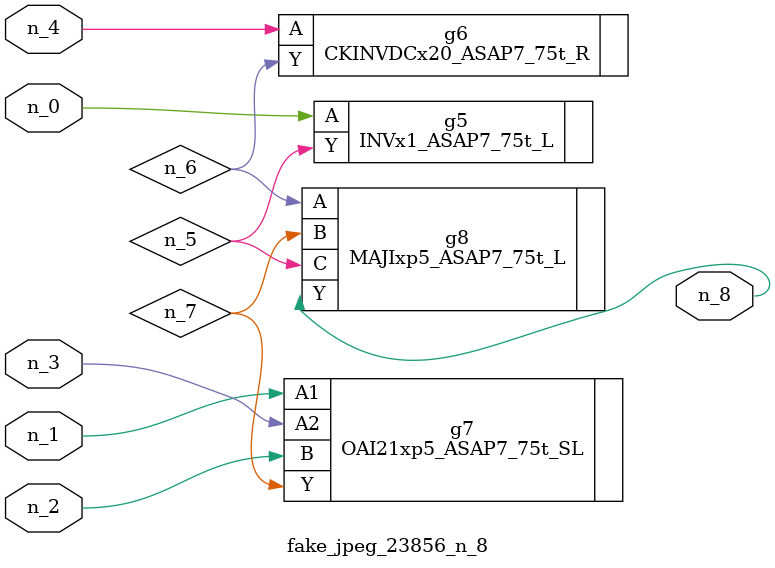
<source format=v>
module fake_jpeg_23856_n_8 (n_3, n_2, n_1, n_0, n_4, n_8);

input n_3;
input n_2;
input n_1;
input n_0;
input n_4;

output n_8;

wire n_6;
wire n_5;
wire n_7;

INVx1_ASAP7_75t_L g5 ( 
.A(n_0),
.Y(n_5)
);

CKINVDCx20_ASAP7_75t_R g6 ( 
.A(n_4),
.Y(n_6)
);

OAI21xp5_ASAP7_75t_SL g7 ( 
.A1(n_1),
.A2(n_3),
.B(n_2),
.Y(n_7)
);

MAJIxp5_ASAP7_75t_L g8 ( 
.A(n_6),
.B(n_7),
.C(n_5),
.Y(n_8)
);


endmodule
</source>
